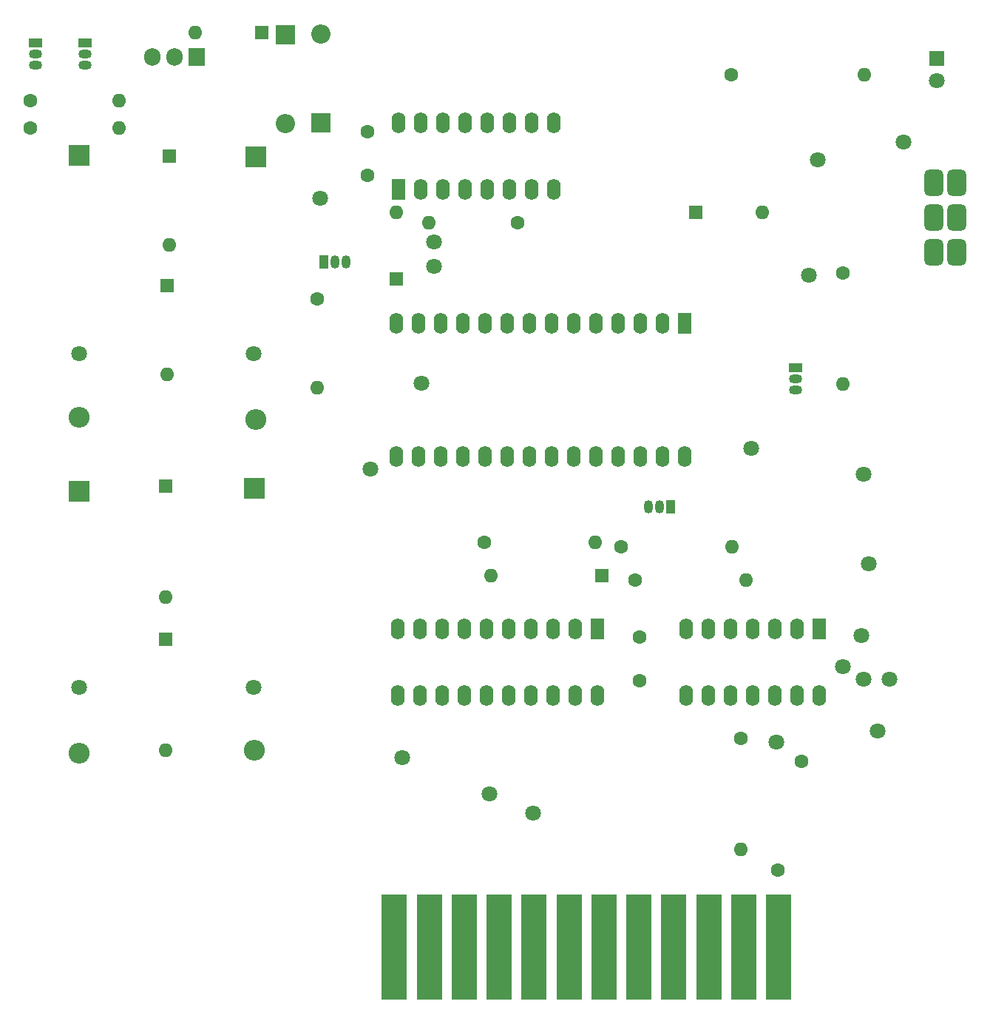
<source format=gbr>
%TF.GenerationSoftware,KiCad,Pcbnew,7.0.7*%
%TF.CreationDate,2024-05-12T11:23:56+02:00*%
%TF.ProjectId,Projekt,50726f6a-656b-4742-9e6b-696361645f70,rev?*%
%TF.SameCoordinates,Original*%
%TF.FileFunction,Soldermask,Bot*%
%TF.FilePolarity,Negative*%
%FSLAX46Y46*%
G04 Gerber Fmt 4.6, Leading zero omitted, Abs format (unit mm)*
G04 Created by KiCad (PCBNEW 7.0.7) date 2024-05-12 11:23:56*
%MOMM*%
%LPD*%
G01*
G04 APERTURE LIST*
G04 Aperture macros list*
%AMRoundRect*
0 Rectangle with rounded corners*
0 $1 Rounding radius*
0 $2 $3 $4 $5 $6 $7 $8 $9 X,Y pos of 4 corners*
0 Add a 4 corners polygon primitive as box body*
4,1,4,$2,$3,$4,$5,$6,$7,$8,$9,$2,$3,0*
0 Add four circle primitives for the rounded corners*
1,1,$1+$1,$2,$3*
1,1,$1+$1,$4,$5*
1,1,$1+$1,$6,$7*
1,1,$1+$1,$8,$9*
0 Add four rect primitives between the rounded corners*
20,1,$1+$1,$2,$3,$4,$5,0*
20,1,$1+$1,$4,$5,$6,$7,0*
20,1,$1+$1,$6,$7,$8,$9,0*
20,1,$1+$1,$8,$9,$2,$3,0*%
%AMHorizOval*
0 Thick line with rounded ends*
0 $1 width*
0 $2 $3 position (X,Y) of the first rounded end (center of the circle)*
0 $4 $5 position (X,Y) of the second rounded end (center of the circle)*
0 Add line between two ends*
20,1,$1,$2,$3,$4,$5,0*
0 Add two circle primitives to create the rounded ends*
1,1,$1,$2,$3*
1,1,$1,$4,$5*%
G04 Aperture macros list end*
%ADD10R,1.600000X1.600000*%
%ADD11O,1.600000X1.600000*%
%ADD12R,2.200000X2.200000*%
%ADD13O,2.200000X2.200000*%
%ADD14R,2.400000X2.400000*%
%ADD15O,2.400000X2.400000*%
%ADD16RoundRect,0.550000X-0.550000X-0.950000X0.550000X-0.950000X0.550000X0.950000X-0.550000X0.950000X0*%
%ADD17C,1.800000*%
%ADD18R,1.800000X1.800000*%
%ADD19R,3.000000X12.000000*%
%ADD20R,1.050000X1.500000*%
%ADD21O,1.050000X1.500000*%
%ADD22R,1.600000X2.400000*%
%ADD23O,1.600000X2.400000*%
%ADD24R,1.500000X1.050000*%
%ADD25O,1.500000X1.050000*%
%ADD26C,1.600000*%
%ADD27HorizOval,1.600000X0.000000X0.000000X0.000000X0.000000X0*%
%ADD28O,1.905000X2.000000*%
%ADD29R,1.905000X2.000000*%
G04 APERTURE END LIST*
D10*
%TO.C,D3*%
X69250000Y-67000000D03*
D11*
X56550000Y-67000000D03*
%TD*%
D10*
%TO.C,D1*%
X30300000Y-4800000D03*
D11*
X22680000Y-4800000D03*
%TD*%
D12*
%TO.C,Z2*%
X37100000Y-15160000D03*
D13*
X37100000Y-5000000D03*
%TD*%
D12*
%TO.C,Z1*%
X33020000Y-5080000D03*
D13*
X33020000Y-15240000D03*
%TD*%
D10*
%TO.C,D6*%
X19500000Y-33820000D03*
D11*
X19500000Y-43980000D03*
%TD*%
D10*
%TO.C,D5*%
X19700000Y-19000000D03*
D11*
X19700000Y-29160000D03*
%TD*%
D10*
%TO.C,D7*%
X19300000Y-56700000D03*
D11*
X19300000Y-69400000D03*
%TD*%
D10*
%TO.C,D4*%
X45720000Y-33020000D03*
D11*
X45720000Y-25400000D03*
%TD*%
D10*
%TO.C,D2*%
X80010000Y-25400000D03*
D11*
X87630000Y-25400000D03*
%TD*%
D10*
%TO.C,D8*%
X19300000Y-74250000D03*
D11*
X19300000Y-86950000D03*
%TD*%
D14*
%TO.C,C  1*%
X9400000Y-57300000D03*
D15*
X9400000Y-87300000D03*
%TD*%
D14*
%TO.C,C  4*%
X29600000Y-19100000D03*
D15*
X29600000Y-49100000D03*
%TD*%
D14*
%TO.C,C  3*%
X9400000Y-18900000D03*
D15*
X9400000Y-48900000D03*
%TD*%
D14*
%TO.C,C  2*%
X29500000Y-57000000D03*
D15*
X29500000Y-87000000D03*
%TD*%
D16*
%TO.C,CB1*%
X109900000Y-30000000D03*
X109890000Y-26010000D03*
X109890000Y-22010000D03*
X107270000Y-22000000D03*
X107270000Y-26000000D03*
X107280000Y-29990000D03*
%TD*%
D17*
%TO.C,*%
X9400000Y-41600000D03*
%TD*%
%TO.C,*%
X29400000Y-41600000D03*
%TD*%
%TO.C,*%
X29400000Y-79800000D03*
%TD*%
%TO.C,*%
X9400000Y-79800000D03*
%TD*%
%TO.C,LED*%
X107600000Y-10365000D03*
D18*
X107600000Y-7825000D03*
%TD*%
D19*
%TO.C,REF\u002A\u002A*%
X45500000Y-109500000D03*
%TD*%
%TO.C,REF\u002A\u002A*%
X49500000Y-109500000D03*
%TD*%
%TO.C,REF\u002A\u002A*%
X53500000Y-109500000D03*
%TD*%
%TO.C,REF\u002A\u002A*%
X57500000Y-109500000D03*
%TD*%
%TO.C,REF\u002A\u002A*%
X61500000Y-109500000D03*
%TD*%
%TO.C,REF\u002A\u002A*%
X65500000Y-109500000D03*
%TD*%
%TO.C,REF\u002A\u002A*%
X69500000Y-109500000D03*
%TD*%
%TO.C,REF\u002A\u002A*%
X73500000Y-109500000D03*
%TD*%
%TO.C,REF\u002A\u002A*%
X77500000Y-109500000D03*
%TD*%
%TO.C,REF\u002A\u002A*%
X81500000Y-109500000D03*
%TD*%
%TO.C,REF\u002A\u002A*%
X85500000Y-109500000D03*
%TD*%
%TO.C,REF\u002A\u002A*%
X89500000Y-109500000D03*
%TD*%
D17*
%TO.C,*%
X103800000Y-17400000D03*
%TD*%
%TO.C,*%
X61400000Y-94200000D03*
%TD*%
%TO.C,REF\u002A\u002A*%
X99000000Y-73800000D03*
%TD*%
%TO.C,*%
X99200000Y-78800000D03*
%TD*%
%TO.C,*%
X42800000Y-54800000D03*
%TD*%
%TO.C,*%
X50000000Y-31600000D03*
%TD*%
D20*
%TO.C,T5*%
X77100000Y-59100000D03*
D21*
X75830000Y-59100000D03*
X74560000Y-59100000D03*
%TD*%
D22*
%TO.C,IC1*%
X46000000Y-22820000D03*
D23*
X48540000Y-22820000D03*
X51080000Y-22820000D03*
X53620000Y-22820000D03*
X56160000Y-22820000D03*
X58700000Y-22820000D03*
X61240000Y-22820000D03*
X63780000Y-22820000D03*
X63780000Y-15200000D03*
X61240000Y-15200000D03*
X58700000Y-15200000D03*
X56160000Y-15200000D03*
X53620000Y-15200000D03*
X51080000Y-15200000D03*
X48540000Y-15200000D03*
X46000000Y-15200000D03*
%TD*%
D17*
%TO.C,*%
X99200000Y-55400000D03*
%TD*%
D24*
%TO.C,T2*%
X10040000Y-6030000D03*
D25*
X10040000Y-7300000D03*
X10040000Y-8570000D03*
%TD*%
D17*
%TO.C,*%
X96900000Y-77400000D03*
%TD*%
D26*
%TO.C,R7*%
X55800000Y-63200000D03*
D11*
X68500000Y-63200000D03*
%TD*%
D26*
%TO.C,R1*%
X3840000Y-12600000D03*
D11*
X14000000Y-12600000D03*
%TD*%
D26*
%TO.C,R8*%
X71500000Y-63700000D03*
D11*
X84200000Y-63700000D03*
%TD*%
D17*
%TO.C,*%
X86400000Y-52400000D03*
%TD*%
%TO.C,*%
X94000000Y-19400000D03*
%TD*%
%TO.C,*%
X46400000Y-87800000D03*
%TD*%
%TO.C,*%
X89200000Y-86000000D03*
%TD*%
D26*
%TO.C,R6*%
X96900000Y-32350000D03*
D11*
X96900000Y-45050000D03*
%TD*%
D26*
%TO.C,R11*%
X89443809Y-100668990D03*
D27*
X92084286Y-88246515D03*
%TD*%
D17*
%TO.C,*%
X48600000Y-45000000D03*
%TD*%
%TO.C,*%
X100800000Y-84800000D03*
%TD*%
D22*
%TO.C,EPROM-SOCKEL*%
X78740000Y-38100000D03*
D23*
X76200000Y-38100000D03*
X73660000Y-38100000D03*
X71120000Y-38100000D03*
X68580000Y-38100000D03*
X66040000Y-38100000D03*
X63500000Y-38100000D03*
X60960000Y-38100000D03*
X58420000Y-38100000D03*
X55880000Y-38100000D03*
X53340000Y-38100000D03*
X50800000Y-38100000D03*
X48260000Y-38100000D03*
X45720000Y-38100000D03*
X45720000Y-53340000D03*
X48260000Y-53340000D03*
X50800000Y-53340000D03*
X53340000Y-53340000D03*
X55880000Y-53340000D03*
X58420000Y-53340000D03*
X60960000Y-53340000D03*
X63500000Y-53340000D03*
X66040000Y-53340000D03*
X68580000Y-53340000D03*
X71120000Y-53340000D03*
X73660000Y-53340000D03*
X76200000Y-53340000D03*
X78740000Y-53340000D03*
%TD*%
D24*
%TO.C,T4*%
X91440000Y-43180000D03*
D25*
X91440000Y-44450000D03*
X91440000Y-45720000D03*
%TD*%
D22*
%TO.C,IC3*%
X94140000Y-73100000D03*
D23*
X91600000Y-73100000D03*
X89060000Y-73100000D03*
X86520000Y-73100000D03*
X83980000Y-73100000D03*
X81440000Y-73100000D03*
X78900000Y-73100000D03*
X78900000Y-80720000D03*
X81440000Y-80720000D03*
X83980000Y-80720000D03*
X86520000Y-80720000D03*
X89060000Y-80720000D03*
X91600000Y-80720000D03*
X94140000Y-80720000D03*
%TD*%
D17*
%TO.C,*%
X93000000Y-32600000D03*
%TD*%
D25*
%TO.C,T1*%
X4420000Y-8570000D03*
X4420000Y-7300000D03*
D24*
X4420000Y-6030000D03*
%TD*%
D26*
%TO.C,C6*%
X73600000Y-74000000D03*
X73600000Y-79000000D03*
%TD*%
D17*
%TO.C,*%
X56400000Y-92000000D03*
%TD*%
%TO.C,*%
X37000000Y-23800000D03*
%TD*%
D26*
%TO.C,R9*%
X73100000Y-67500000D03*
D11*
X85800000Y-67500000D03*
%TD*%
D22*
%TO.C,IC2*%
X68740000Y-73100000D03*
D23*
X66200000Y-73100000D03*
X63660000Y-73100000D03*
X61120000Y-73100000D03*
X58580000Y-73100000D03*
X56040000Y-73100000D03*
X53500000Y-73100000D03*
X50960000Y-73100000D03*
X48420000Y-73100000D03*
X45880000Y-73100000D03*
X45880000Y-80720000D03*
X48420000Y-80720000D03*
X50960000Y-80720000D03*
X53500000Y-80720000D03*
X56040000Y-80720000D03*
X58580000Y-80720000D03*
X61120000Y-80720000D03*
X63660000Y-80720000D03*
X66200000Y-80720000D03*
X68740000Y-80720000D03*
%TD*%
D17*
%TO.C,*%
X102200000Y-78800000D03*
%TD*%
D26*
%TO.C,R3*%
X36700000Y-35320000D03*
D11*
X36700000Y-45480000D03*
%TD*%
D26*
%TO.C,R10*%
X85200000Y-85650000D03*
D11*
X85200000Y-98350000D03*
%TD*%
D20*
%TO.C,T3*%
X37430000Y-31100000D03*
D21*
X38700000Y-31100000D03*
X39970000Y-31100000D03*
%TD*%
D17*
%TO.C,*%
X99800000Y-65600000D03*
%TD*%
%TO.C,*%
X50000000Y-28800000D03*
%TD*%
D26*
%TO.C,R2*%
X3840000Y-15800000D03*
D11*
X14000000Y-15800000D03*
%TD*%
D28*
%TO.C,IC4*%
X17780000Y-7620000D03*
X20320000Y-7620000D03*
D29*
X22860000Y-7620000D03*
%TD*%
D26*
%TO.C,R5*%
X84080000Y-9700000D03*
D11*
X99320000Y-9700000D03*
%TD*%
D26*
%TO.C,R4*%
X59600000Y-26600000D03*
D11*
X49440000Y-26600000D03*
%TD*%
D26*
%TO.C,C5*%
X42400000Y-16200000D03*
X42400000Y-21200000D03*
%TD*%
M02*

</source>
